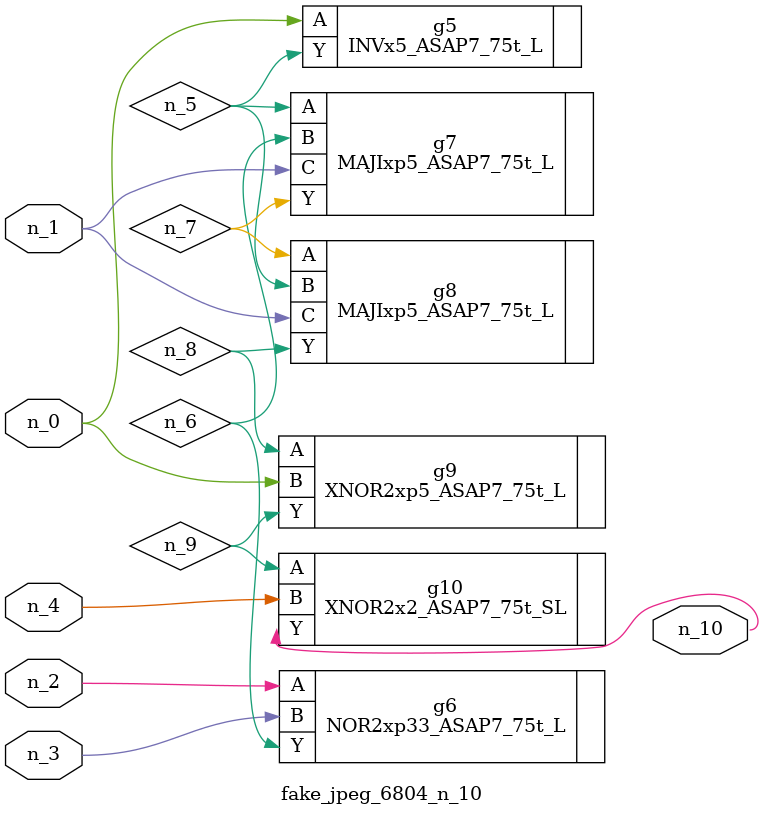
<source format=v>
module fake_jpeg_6804_n_10 (n_3, n_2, n_1, n_0, n_4, n_10);

input n_3;
input n_2;
input n_1;
input n_0;
input n_4;

output n_10;

wire n_8;
wire n_9;
wire n_6;
wire n_5;
wire n_7;

INVx5_ASAP7_75t_L g5 ( 
.A(n_0),
.Y(n_5)
);

NOR2xp33_ASAP7_75t_L g6 ( 
.A(n_2),
.B(n_3),
.Y(n_6)
);

MAJIxp5_ASAP7_75t_L g7 ( 
.A(n_5),
.B(n_6),
.C(n_1),
.Y(n_7)
);

MAJIxp5_ASAP7_75t_L g8 ( 
.A(n_7),
.B(n_5),
.C(n_1),
.Y(n_8)
);

XNOR2xp5_ASAP7_75t_L g9 ( 
.A(n_8),
.B(n_0),
.Y(n_9)
);

XNOR2x2_ASAP7_75t_SL g10 ( 
.A(n_9),
.B(n_4),
.Y(n_10)
);


endmodule
</source>
